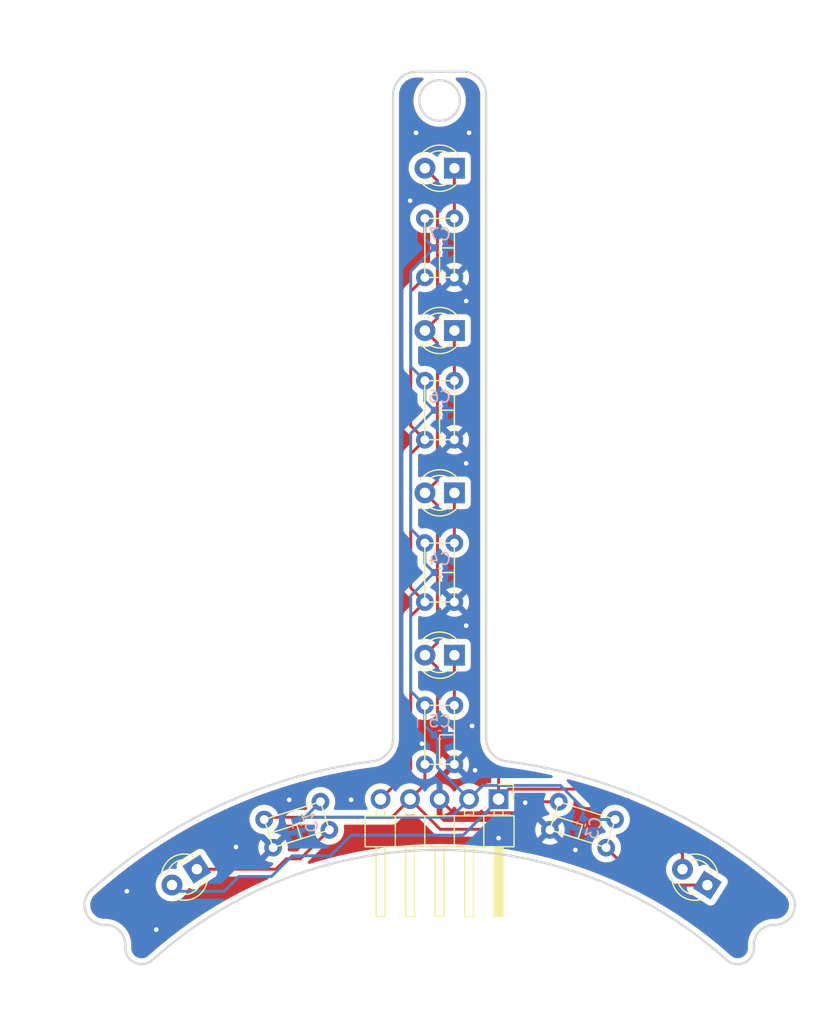
<source format=kicad_pcb>
(kicad_pcb (version 20211014) (generator pcbnew)
  (layers (0 "F.Cu" signal) (31 "B.Cu" signal) (34 "B.Paste" user) (35 "F.Paste" user) (36 "B.SilkS" user "B.Silkscreen") (37 "F.SilkS" user "F.Silkscreen") (38 "B.Mask" user) (39 "F.Mask" user) (44 "Edge.Cuts" user))
  (net 0 "")
  (net 1 "GND")
  (net 2 "+5V")
  (net 3 "Net-(D1-Pad1)")
  (net 4 "R Trim")
  (net 5 "Net-(D3-Pad1)")
  (net 6 "Net-(D4-Pad1)")
  (net 7 "Net-(D5-Pad1)")
  (net 8 "Net-(D6-Pad1)")
  (net 9 "Net-(U7-Pad1)")
  (net 10 "Line Data 1")
  (net 11 "Line Data 2")
  (footprint "LED_THT:LED_D3.0mm_Clear" (layer "F.Cu") (at 160.025 69.596 180)
    (fp_text reference "D6" hide)
    (fp_text value "LED")
    (fp_line (start -0.29 -1.236) (end -0.29 -1.08) (layer "F.SilkS") (width 0.12))
    (fp_line (start -0.29 1.08) (end -0.29 1.236) (layer "F.SilkS") (width 0.12))
    (fp_arc (start 2.31113 1.079837) (mid 1.270117 1.5) (end 0.229039 1.08) (layer "F.SilkS") (width 0.12))
    (fp_arc (start 0.229039 -1.08) (mid 1.270117 -1.5) (end 2.31113 -1.079837) (layer "F.SilkS") (width 0.12))
    (fp_arc (start 2.942335 1.078608) (mid 1.366487 1.987659) (end -0.29 1.235516) (layer "F.SilkS") (width 0.12))
    (fp_arc (start -0.29 -1.235516) (mid 1.366487 -1.987659) (end 2.942335 -1.078608) (layer "F.SilkS") (width 0.12))
    (pad "1" thru_hole rect (at 0 0 180) (size 1.8 1.8) (drill 0.9) (layers *.Cu *.Mask) (net 8 "Net-(D6-Pad1)"))
    (pad "2" thru_hole circle (at 2.54 0 180) (size 1.8 1.8) (drill 0.9) (layers *.Cu *.Mask) (net 4 "R Trim"))
  )
  (footprint "LED_THT:LED_D3.0mm_Clear" (layer "F.Cu") (at 181.797654 117.325407 147.5)
    (fp_text reference "D3" hide)
    (fp_text value "LED")
    (fp_line (start -0.29 -1.236) (end -0.29 -1.08) (layer "F.SilkS") (width 0.12))
    (fp_line (start -0.29 1.08) (end -0.29 1.236) (layer "F.SilkS") (width 0.12))
    (fp_arc (start -0.29 -1.235516) (mid 1.366487 -1.987659) (end 2.942335 -1.078608) (layer "F.SilkS") (width 0.12))
    (fp_arc (start 2.942335 1.078608) (mid 1.366487 1.987659) (end -0.29 1.235516) (layer "F.SilkS") (width 0.12))
    (fp_arc (start 2.31113 1.079837) (mid 1.270117 1.5) (end 0.229039 1.08) (layer "F.SilkS") (width 0.12))
    (fp_arc (start 0.229039 -1.08) (mid 1.270117 -1.5) (end 2.31113 -1.079837) (layer "F.SilkS") (width 0.12))
    (pad "1" thru_hole rect (at 0 0 147.5) (size 1.8 1.8) (drill 0.9) (layers *.Cu *.Mask) (net 5 "Net-(D3-Pad1)"))
    (pad "2" thru_hole circle (at 2.54 0 147.5) (size 1.8 1.8) (drill 0.9) (layers *.Cu *.Mask) (net 4 "R Trim"))
  )
  (footprint "LED_THT:LED_D3.0mm_Clear" (layer "F.Cu") (at 160.025 97.536 180)
    (fp_text reference "D5" hide)
    (fp_text value "LED")
    (fp_line (start -0.29 1.08) (end -0.29 1.236) (layer "F.SilkS") (width 0.12))
    (fp_line (start -0.29 -1.236) (end -0.29 -1.08) (layer "F.SilkS") (width 0.12))
    (fp_arc (start -0.29 -1.235516) (mid 1.366487 -1.987659) (end 2.942335 -1.078608) (layer "F.SilkS") (width 0.12))
    (fp_arc (start 2.31113 1.079837) (mid 1.270117 1.5) (end 0.229039 1.08) (layer "F.SilkS") (width 0.12))
    (fp_arc (start 0.229039 -1.08) (mid 1.270117 -1.5) (end 2.31113 -1.079837) (layer "F.SilkS") (width 0.12))
    (fp_arc (start 2.942335 1.078608) (mid 1.366487 1.987659) (end -0.29 1.235516) (layer "F.SilkS") (width 0.12))
    (pad "1" thru_hole rect (at 0 0 180) (size 1.8 1.8) (drill 0.9) (layers *.Cu *.Mask) (net 7 "Net-(D5-Pad1)"))
    (pad "2" thru_hole circle (at 2.54 0 180) (size 1.8 1.8) (drill 0.9) (layers *.Cu *.Mask) (net 4 "R Trim"))
  )
  (footprint "LED_THT:LED_D3.0mm_Clear" (layer "F.Cu") (at 160.025 55.626 180)
    (fp_text reference "D7" hide)
    (fp_text value "LED" hide)
    (fp_line (start -0.29 -1.236) (end -0.29 -1.08) (layer "F.SilkS") (width 0.12))
    (fp_line (start -0.29 1.08) (end -0.29 1.236) (layer "F.SilkS") (width 0.12))
    (fp_arc (start 0.229039 -1.08) (mid 1.270117 -1.5) (end 2.31113 -1.079837) (layer "F.SilkS") (width 0.12))
    (fp_arc (start 2.31113 1.079837) (mid 1.270117 1.5) (end 0.229039 1.08) (layer "F.SilkS") (width 0.12))
    (fp_arc (start -0.29 -1.235516) (mid 1.366487 -1.987659) (end 2.942335 -1.078608) (layer "F.SilkS") (width 0.12))
    (fp_arc (start 2.942335 1.078608) (mid 1.366487 1.987659) (end -0.29 1.235516) (layer "F.SilkS") (width 0.12))
    (pad "1" thru_hole rect (at 0 0 180) (size 1.8 1.8) (drill 0.9) (layers *.Cu *.Mask) (net 9 "Net-(U7-Pad1)"))
    (pad "2" thru_hole circle (at 2.54 0 180) (size 1.8 1.8) (drill 0.9) (layers *.Cu *.Mask) (net 4 "R Trim"))
  )
  (footprint "Line_sennsor:Line_sennsor" (layer "F.Cu") (at 144.542854 106.070689 17.5)
    (fp_text reference "U1" hide)
    (fp_text value "Line_sennsor")
    (fp_rect (start -2.54 5.08) (end 2.54 7.62) (layer "F.SilkS") (width 0.12) (fill none))
    (fp_rect (start -2.54 6.35) (end 0 7.62) (layer "F.SilkS") (width 0.12) (fill none))
    (pad "1" thru_hole circle (at 2.54 7.62 17.5) (size 1.524 1.524) (drill 0.762) (layers *.Cu *.Mask) (net 3 "Net-(D1-Pad1)"))
    (pad "2" thru_hole circle (at 2.54 5.08 17.5) (size 1.524 1.524) (drill 0.762) (layers *.Cu *.Mask) (net 2 "+5V"))
    (pad "3" thru_hole circle (at -2.54 5.08 17.5) (size 1.524 1.524) (drill 0.762) (layers *.Cu *.Mask) (net 10 "Line Data 1"))
    (pad "4" thru_hole circle (at -2.54 7.62 17.5) (size 1.524 1.524) (drill 0.762) (layers *.Cu *.Mask) (net 1 "GND"))
  )
  (footprint "LED_THT:LED_D3.0mm_Clear" (layer "F.Cu") (at 137.852994 115.955293 -147.5)
    (fp_text reference "D1" hide)
    (fp_text value "LED")
    (fp_line (start -0.29 -1.236) (end -0.29 -1.08) (layer "F.SilkS") (width 0.12))
    (fp_line (start -0.29 1.08) (end -0.29 1.236) (layer "F.SilkS") (width 0.12))
    (fp_arc (start 0.229039 -1.08) (mid 1.270118 -1.5) (end 2.31113 -1.079837) (layer "F.SilkS") (width 0.12))
    (fp_arc (start -0.29 -1.235516) (mid 1.366488 -1.987659) (end 2.942335 -1.078608) (layer "F.SilkS") (width 0.12))
    (fp_arc (start 2.942335 1.078608) (mid 1.366488 1.987659) (end -0.29 1.235516) (layer "F.SilkS") (width 0.12))
    (fp_arc (start 2.31113 1.079837) (mid 1.270118 1.5) (end 0.229039 1.08) (layer "F.SilkS") (width 0.12))
    (pad "1" thru_hole rect (at 0 0 212.5) (size 1.8 1.8) (drill 0.9) (layers *.Cu *.Mask) (net 3 "Net-(D1-Pad1)"))
    (pad "2" thru_hole circle (at 2.54 0 212.5) (size 1.8 1.8) (drill 0.9) (layers *.Cu *.Mask) (net 4 "R Trim"))
  )
  (footprint "Line_sennsor:Line_sennsor" (layer "F.Cu") (at 172.957146 106.070689 -17.5)
    (fp_text reference "U3" hide)
    (fp_text value "Line_sennsor")
    (fp_rect (start -2.54 6.35) (end 0 7.62) (layer "F.SilkS") (width 0.12) (fill none))
    (fp_rect (start -2.54 5.08) (end 2.54 7.62) (layer "F.SilkS") (width 0.12) (fill none))
    (pad "1" thru_hole circle (at 2.54 7.62 342.5) (size 1.524 1.524) (drill 0.762) (layers *.Cu *.Mask) (net 5 "Net-(D3-Pad1)"))
    (pad "2" thru_hole circle (at 2.54 5.08 342.5) (size 1.524 1.524) (drill 0.762) (layers *.Cu *.Mask) (net 2 "+5V"))
    (pad "3" thru_hole circle (at -2.54 5.08 342.5) (size 1.524 1.524) (drill 0.762) (layers *.Cu *.Mask) (net 10 "Line Data 1"))
    (pad "4" thru_hole circle (at -2.54 7.62 342.5) (size 1.524 1.524) (drill 0.762) (layers *.Cu *.Mask) (net 1 "GND"))
  )
  (footprint "Line_sennsor:Line_sennsor" (layer "F.Cu") (at 152.398 62.484 90)
    (fp_text reference "U7" hide)
    (fp_text value "Line_sennsor")
    (fp_rect (start -2.54 5.08) (end 2.54 7.62) (layer "F.SilkS") (width 0.12) (fill none))
    (fp_rect (start -2.54 6.35) (end 0 7.62) (layer "F.SilkS") (width 0.12) (fill none))
    (pad "1" thru_hole circle (at 2.54 7.62 90) (size 1.524 1.524) (drill 0.762) (layers *.Cu *.Mask) (net 9 "Net-(U7-Pad1)"))
    (pad "2" thru_hole circle (at 2.54 5.08 90) (size 1.524 1.524) (drill 0.762) (layers *.Cu *.Mask) (net 2 "+5V"))
    (pad "3" thru_hole circle (at -2.54 5.08 90) (size 1.524 1.524) (drill 0.762) (layers *.Cu *.Mask) (net 11 "Line Data 2"))
    (pad "4" thru_hole circle (at -2.54 7.62 90) (size 1.524 1.524) (drill 0.762) (layers *.Cu *.Mask) (net 1 "GND"))
  )
  (footprint "Line_sennsor:Line_sennsor" (layer "F.Cu") (at 152.398 76.454 90)
    (fp_text reference "U6" hide)
    (fp_text value "Line_sennsor")
    (fp_rect (start -2.54 6.35) (end 0 7.62) (layer "F.SilkS") (width 0.12) (fill none))
    (fp_rect (start -2.54 5.08) (end 2.54 7.62) (layer "F.SilkS") (width 0.12) (fill none))
    (pad "1" thru_hole circle (at 2.54 7.62 90) (size 1.524 1.524) (drill 0.762) (layers *.Cu *.Mask) (net 8 "Net-(D6-Pad1)"))
    (pad "2" thru_hole circle (at 2.54 5.08 90) (size 1.524 1.524) (drill 0.762) (layers *.Cu *.Mask) (net 2 "+5V"))
    (pad "3" thru_hole circle (at -2.54 5.08 90) (size 1.524 1.524) (drill 0.762) (layers *.Cu *.Mask) (net 11 "Line Data 2"))
    (pad "4" thru_hole circle (at -2.54 7.62 90) (size 1.524 1.524) (drill 0.762) (layers *.Cu *.Mask) (net 1 "GND"))
  )
  (footprint "Connector_PinHeader_2.54mm:PinHeader_1x05_P2.54mm_Horizontal" (layer "F.Cu") (at 163.825 109.925 -90)
    (fp_text reference "J1" hide)
    (fp_text value "Conn_01x05_Female")
    (fp_line (start 4.1 9.78) (end 10.1 9.78) (layer "F.SilkS") (width 0.12))
    (fp_line (start 10.1 10.54) (end 4.1 10.54) (layer "F.SilkS") (width 0.12))
    (fp_line (start 1.44 1.27) (end 4.1 1.27) (layer "F.SilkS") (width 0.12))
    (fp_line (start 1.44 11.49) (end 4.1 11.49) (layer "F.SilkS") (width 0.12))
    (fp_line (start 4.1 0.28) (end 10.1 0.28) (layer "F.SilkS") (width 0.12))
    (fp_line (start 4.1 -0.38) (end 10.1 -0.38) (layer "F.SilkS") (width 0.12))
    (fp_line (start 10.1 -0.38) (end 10.1 0.38) (layer "F.SilkS") (width 0.12))
    (fp_line (start 10.1 9.78) (end 10.1 10.54) (layer "F.SilkS") (width 0.12))
    (fp_line (start 10.1 0.38) (end 4.1 0.38) (layer "F.SilkS") (width 0.12))
    (fp_line (start 4.1 -0.08) (end 10.1 -0.08) (layer "F.SilkS") (width 0.12))
    (fp_line (start 4.1 0.16) (end 10.1 0.16) (layer "F.SilkS") (width 0.12))
    (fp_line (start 4.1 2.16) (end 10.1 2.16) (layer "F.SilkS") (width 0.12))
    (fp_line (start 1.042929 5.46) (end 1.44 5.46) (layer "F.SilkS") (width 0.12))
    (fp_line (start 4.1 -0.2) (end 10.1 -0.2) (layer "F.SilkS") (width 0.12))
    (fp_line (start 1.042929 7.24) (end 1.44 7.24) (layer "F.SilkS") (width 0.12))
    (fp_line (start -1.27 0) (end -1.27 -1.27) (layer "F.SilkS") (width 0.12))
    (fp_line (start 4.1 0.04) (end 10.1 0.04) (layer "F.SilkS") (width 0.12))
    (fp_line (start 4.1 -1.33) (end 1.44 -1.33) (layer "F.SilkS") (width 0.12))
    (fp_line (start 10.1 4.7) (end 10.1 5.46) (layer "F.SilkS") (width 0.12))
    (fp_line (start 4.1 7.24) (end 10.1 7.24) (layer "F.SilkS") (width 0.12))
    (fp_line (start 1.44 -1.33) (end 1.44 11.49) (layer "F.SilkS") (width 0.12))
    (fp_line (start 1.042929 8) (end 1.44 8) (layer "F.SilkS") (width 0.12))
    (fp_line (start 1.042929 4.7) (end 1.44 4.7) (layer "F.SilkS") (width 0.12))
    (fp_line (start 1.11 0.38) (end 1.44 0.38) (layer "F.SilkS") (width 0.12))
    (fp_line (start 4.1 11.49) (end 4.1 -1.33) (layer "F.SilkS") (width 0.12))
    (fp_line (start 10.1 2.92) (end 4.1 2.92) (layer "F.SilkS") (width 0.12))
    (fp_line (start 10.1 5.46) (end 4.1 5.46) (layer "F.SilkS") (width 0.12))
    (fp_line (start 1.042929 2.92) (end 1.44 2.92) (layer "F.SilkS") (width 0.12))
    (fp_line (start 10.1 8) (end 4.1 8) (layer "F.SilkS") (width 0.12))
    (fp_line (start 1.44 3.81) (end 4.1 3.81) (layer "F.SilkS") (width 0.12))
    (fp_line (start 1.042929 9.78) (end 1.44 9.78) (layer "F.SilkS") (width 0.12))
    (fp_line (start 4.1 -0.32) (end 10.1 -0.32) (layer "F.SilkS") (width 0.12))
    (fp_line (start 10.1 7.24) (end 10.1 8) (layer "F.SilkS") (width 0.12))
    (fp_line (start -1.27 -1.27) (end 0 -1.27) (layer "F.SilkS") (width 0.12))
    (fp_line (start 1.44 8.89) (end 4.1 8.89) (layer "F.SilkS") (width 0.12))
    (fp_line (start 1.042929 2.16) (end 1.44 2.16) (layer "F.SilkS") (width 0.12))
    (fp_line (start 10.1 2.16) (end 10.1 2.92) (layer "F.SilkS") (width 0.12))
    (fp_line (start 1.11 -0.38) (end 1.44 -0.38) (layer "F.SilkS") (width 0.12))
    (fp_line (start 4.1 4.7) (end 10.1 4.7) (layer "F.SilkS") (width 0.12))
    (fp_line (start 1.042929 10.54) (end 1.44 10.54) (layer "F.SilkS") (width 0.12))
    (fp_line (start 1.44 6.35) (end 4.1 6.35) (layer "F.SilkS") (width 0.12))
    (pad "1" thru_hole rect (at 0 0 270) (size 1.7 1.7) (drill 1) (layers *.Cu *.Mask) (net 4 "R Trim"))
    (pad "2" thru_hole oval (at 0 2.54 270) (size 1.7 1.7) (drill 1) (layers *.Cu *.Mask) (net 2 "+5V"))
    (pad "3" thru_hole oval (at 0 5.08 270) (size 1.7 1.7) (drill 1) (layers *.Cu *.Mask) (net 1 "GND"))
    (pad "4" thru_hole oval (at 0 7.62 270) (size 1.7 1.7) (drill 1) (layers *.Cu *.Mask) (net 10 "Line Data 1"))
    (pad "5" thru_hole oval (at 0 10.16 270) (size 1.7 1.7) (drill 1) (layers *.Cu *.Mask) (net 11 "Line Data 2"))
  )
  (footprint "Line_sennsor:Line_sennsor" (layer "F.Cu") (at 152.398 90.424 90)
    (fp_text reference "U4" hide)
    (fp_text value "Line_sennsor")
    (fp_rect (start -2.54 6.35) (end 0 7.62) (layer "F.SilkS") (width 0.12) (fill none))
    (fp_rect (start -2.54 5.08) (end 2.54 7.62) (layer "F.SilkS") (width 0.12) (fill none))
    (pad "1" thru_hole circle (at 2.54 7.62 90) (size 1.524 1.524) (drill 0.762) (layers *.Cu *.Mask) (net 6 "Net-(D4-Pad1)"))
    (pad "2" thru_hole circle (at 2.54 5.08 90) (size 1.524 1.524) (drill 0.762) (layers *.Cu *.Mask) (net 2 "+5V"))
    (pad "3" thru_hole circle (at -2.54 5.08 90) (size 1.524 1.524) (drill 0.762) (layers *.Cu *.Mask) (net 11 "Line Data 2"))
    (pad "4" thru_hole circle (at -2.54 7.62 90) (size 1.524 1.524) (drill 0.762) (layers *.Cu *.Mask) (net 1 "GND"))
  )
  (footprint "LED_THT:LED_D3.0mm_Clear" (layer "F.Cu") (at 160.025 83.566 180)
    (fp_text reference "D4" hide)
    (fp_text value "LED")
    (fp_line (start -0.29 -1.236) (end -0.29 -1.08) (layer "F.SilkS") (width 0.12))
    (fp_line (start -0.29 1.08) (end -0.29 1.236) (layer "F.SilkS") (width 0.12))
    (fp_arc (start 0.229039 -1.08) (mid 1.270117 -1.5) (end 2.31113 -1.079837) (layer "F.SilkS") (width 0.12))
    (fp_arc (start 2.942335 1.078608) (mid 1.366487 1.987659) (end -0.29 1.235516) (layer "F.SilkS") (width 0.12))
    (fp_arc (start 2.31113 1.079837) (mid 1.270117 1.5) (end 0.229039 1.08) (layer "F.SilkS") (width 0.12))
    (fp_arc (start -0.29 -1.235516) (mid 1.366487 -1.987659) (end 2.942335 -1.078608) (layer "F.SilkS") (width 0.12))
    (pad "1" thru_hole rect (at 0 0 180) (size 1.8 1.8) (drill 0.9) (layers *.Cu *.Mask) (net 6 "Net-(D4-Pad1)"))
    (pad "2" thru_hole circle (at 2.54 0 180) (size 1.8 1.8) (drill 0.9) (layers *.Cu *.Mask) (net 4 "R Trim"))
  )
  (footprint "Line_sennsor:Line_sennsor" (layer "F.Cu") (at 152.398 104.394 90)
    (fp_text reference "U5" hide)
    (fp_text value "Line_sennsor")
    (fp_rect (start -2.54 5.08) (end 2.54 7.62) (layer "F.SilkS") (width 0.12) (fill none))
    (fp_rect (start -2.54 6.35) (end 0 7.62) (layer "F.SilkS") (width 0.12) (fill none))
    (pad "1" thru_hole circle (at 2.54 7.62 90) (size 1.524 1.524) (drill 0.762) (layers *.Cu *.Mask) (net 7 "Net-(D5-Pad1)"))
    (pad "2" thru_hole circle (at 2.54 5.08 90) (size 1.524 1.524) (drill 0.762) (layers *.Cu *.Mask) (net 2 "+5V"))
    (pad "3" thru_hole circle (at -2.54 5.08 90) (size 1.524 1.524) (drill 0.762) (layers *.Cu *.Mask) (net 10 "Line Data 1"))
    (pad "4" thru_hole circle (at -2.54 7.62 90) (size 1.524 1.524) (drill 0.762) (layers *.Cu *.Mask) (net 1 "GND"))
  )
  (footprint "Capacitor_SMD:C_0402_1005Metric" (layer "B.Cu") (at 158.75 104.394 180)
    (fp_text reference "C5" (at 0 1.16) (layer "B.SilkS") (effects (justify mirror)))
    (fp_text value "C_Small")
    (fp_line (start -0.107836 -0.36) (end 0.107836 -0.36) (layer "B.SilkS") (width 0.12))
    (fp_line (start -0.107836 0.36) (end 0.107836 0.36) (layer "B.SilkS") (width 0.12))
    (pad "1" smd roundrect (at -0.48 0 180) (size 0.56 0.62) (layers "B.Cu" "B.Paste" "B.Mask") (net 1 "GND"))
    (pad "2" smd roundrect (at 0.48 0 180) (size 0.56 0.62) (layers "B.Cu" "B.Paste" "B.Mask") (net 2 "+5V"))
  )
  (footprint "Capacitor_SMD:C_0402_1005Metric" (layer "B.Cu") (at 158.75 90.424 180)
    (fp_text reference "C4" (at 0 1.16) (layer "B.SilkS") (effects (justify mirror)))
    (fp_text value "C_Small")
    (fp_line (start -0.107836 -0.36) (end 0.107836 -0.36) (layer "B.SilkS") (width 0.12))
    (fp_line (start -0.107836 0.36) (end 0.107836 0.36) (layer "B.SilkS") (width 0.12))
    (pad "1" smd roundrect (at -0.48 0 180) (size 0.56 0.62) (layers "B.Cu" "B.Paste" "B.Mask") (net 1 "GND"))
    (pad "2" smd roundrect (at 0.48 0 180) (size 0.56 0.62) (layers "B.Cu" "B.Paste" "B.Mask") (net 2 "+5V"))
  )
  (footprint "Capacitor_SMD:C_0402_1005Metric" (layer "B.Cu") (at 158.75 76.454 180)
    (fp_text reference "C6" (at 0 1.16) (layer "B.SilkS") (effects (justify mirror)))
    (fp_text value "C_Small")
    (fp_line (start -0.107836 -0.36) (end 0.107836 -0.36) (layer "B.SilkS") (width 0.12))
    (fp_line (start -0.107836 0.36) (end 0.107836 0.36) (layer "B.SilkS") (width 0.12))
    (pad "1" smd roundrect (at -0.48 0 180) (size 0.56 0.62) (layers "B.Cu" "B.Paste" "B.Mask") (net 1 "GND"))
    (pad "2" smd roundrect (at 0.48 0 180) (size 0.56 0.62) (layers "B.Cu" "B.Paste" "B.Mask") (net 2 "+5V"))
  )
  (footprint "Capacitor_SMD:C_0402_1005Metric" (layer "B.Cu") (at 146.448339 112.217784 107.5)
    (fp_text reference "C1" (at 0 1.16 107.5) (layer "B.SilkS") (effects (justify mirror)))
    (fp_text value "C_Small")
    (fp_line (start -0.107836 0.36) (end 0.107836 0.36) (layer "B.SilkS") (width 0.12))
    (fp_line (start -0.107836 -0.36) (end 0.107836 -0.36) (layer "B.SilkS") (width 0.12))
    (pad "1" smd roundrect (at -0.48 0 107.5) (size 0.56 0.62) (layers "B.Cu" "B.Paste" "B.Mask") (net 1 "GND"))
    (pad "2" smd roundrect (at 0.48 0 107.5) (size 0.56 0.62) (layers "B.Cu" "B.Paste" "B.Mask") (net 2 "+5V"))
  )
  (footprint "Capacitor_SMD:C_0402_1005Metric" (layer "B.Cu") (at 158.75 62.484 180)
    (fp_text reference "C7" (at 0 1.16) (layer "B.SilkS") (effects (justify mirror)))
    (fp_text value "C_Small")
    (fp_line (start -0.107836 0.36) (end 0.107836 0.36) (layer "B.SilkS") (width 0.12))
    (fp_line (start -0.107836 -0.36) (end 0.107836 -0.36) (layer "B.SilkS") (width 0.12))
    (pad "1" smd roundrect (at -0.48 0 180) (size 0.56 0.62) (layers "B.Cu" "B.Paste" "B.Mask") (net 1 "GND"))
    (pad "2" smd roundrect (at 0.48 0 180) (size 0.56 0.62) (layers "B.Cu" "B.Paste" "B.Mask") (net 2 "+5V"))
  )
  (footprint "Capacitor_SMD:C_0402_1005Metric" (layer "B.Cu") (at 170.942 112.064216 72.5)
    (fp_text reference "C3" (at 0 1.16 72.5) (layer "B.SilkS") (effects (justify mirror)))
    (fp_text value "C_Small")
    (fp_line (start -0.107836 -0.36) (end 0.107836 -0.36) (layer "B.SilkS") (width 0.12))
    (fp_line (start -0.107836 0.36) (end 0.107836 0.36) (layer "B.SilkS") (width 0.12))
    (pad "1" smd roundrect (at -0.48 0 72.5) (size 0.56 0.62) (layers "B.Cu" "B.Paste" "B.Mask") (net 1 "GND"))
    (pad "2" smd roundrect (at 0.48 0 72.5) (size 0.56 0.62) (layers "B.Cu" "B.Paste" "B.Mask") (net 2 "+5V"))
  )
  (gr_line (start 154.749613 49.319608) (end 154.749613 104.684551) (layer "Edge.Cuts") (width 0.2))
  (gr_arc (start 129.910472 120.736863) (mid 131.221961 121.282631) (end 131.696525 122.621532) (layer "Edge.Cuts") (width 0.2))
  (gr_arc (start 154.749613 104.684551) (mid 154.251364 106.005396) (end 153.004932 106.668187) (layer "Edge.Cuts") (width 0.2))
  (gr_arc (start 154.749613 49.319608) (mid 155.321602 47.919328) (end 156.710397 47.319993) (layer "Edge.Cuts") (width 0.2))
  (gr_arc (start 134.027765 123.771284) (mid 132.473079 123.985278) (end 131.696525 122.621532) (layer "Edge.Cuts") (width 0.2))
  (gr_arc (start 185.803411 122.623529) (mid 186.279352 121.285134) (end 187.591386 120.740728) (layer "Edge.Cuts") (width 0.2))
  (gr_circle (center 158.749613 49.799999) (end 158.749613 51.549999) (layer "Edge.Cuts") (width 0.2) (fill none))
  (gr_arc (start 134.027765 123.771284) (mid 158.75 114.3) (end 183.472037 123.771801) (layer "Edge.Cuts") (width 0.2))
  (gr_line (start 160.788829 47.319993) (end 156.710397 47.319993) (layer "Edge.Cuts") (width 0.2))
  (gr_arc (start 185.803411 122.623529) (mid 185.02606 123.986123) (end 183.472037 123.771801) (layer "Edge.Cuts") (width 0.2))
  (gr_arc (start 128.736545 117.770673) (mid 140.028758 110.378985) (end 153.004932 106.668187) (layer "Edge.Cuts") (width 0.2))
  (gr_arc (start 188.767216 117.774732) (mid 189.213525 119.667733) (end 187.591386 120.740728) (layer "Edge.Cuts") (width 0.2))
  (gr_line (start 162.749613 104.684551) (end 162.749613 49.319608) (layer "Edge.Cuts") (width 0.2))
  (gr_arc (start 164.494294 106.668187) (mid 163.247832 106.005423) (end 162.749613 104.684551) (layer "Edge.Cuts") (width 0.2))
  (gr_arc (start 160.788829 47.319993) (mid 162.177624 47.919328) (end 162.749613 49.319608) (layer "Edge.Cuts") (width 0.2))
  (gr_arc (start 164.494294 106.668187) (mid 177.473237 110.380249) (end 188.767216 117.774732) (layer "Edge.Cuts") (width 0.2))
  (gr_arc (start 129.910472 120.736863) (mid 128.289669 119.66293) (end 128.736545 117.770673) (layer "Edge.Cuts") (width 0.2))
  (segment (start 159.919511 111.099511) (end 165.252489 111.099511) (width 0.25) (layer "F.Cu") (net 1))
  (segment (start 165.252489 111.099511) (end 166.116 110.236) (width 0.25) (layer "F.Cu") (net 1))
  (segment (start 158.745 109.925) (end 159.919511 111.099511) (width 0.25) (layer "F.Cu") (net 1))
  (via (at 170.434 114.3) (size 0.8) (drill 0.4) (layers "F.Cu" "B.Cu") (net 1))
  (via (at 134.366 121.158) (size 0.8) (drill 0.4) (layers "F.Cu" "B.Cu") (net 1))
  (via (at 161.544 103.632) (size 0.8) (drill 0.4) (layers "F.Cu" "B.Cu") (net 1))
  (via (at 161.036 94.996) (size 0.8) (drill 0.4) (layers "F.Cu" "B.Cu") (net 1))
  (via (at 161.798 107.442) (size 0.8) (drill 0.4) (layers "F.Cu" "B.Cu") (net 1))
  (via (at 166.116 110.236) (size 0.8) (drill 0.4) (layers "F.Cu" "B.Cu") (net 1))
  (via (at 161.036 67.056) (size 0.8) (drill 0.4) (layers "F.Cu" "B.Cu") (net 1))
  (via (at 145.796 109.982) (size 0.8) (drill 0.4) (layers "F.Cu" "B.Cu") (net 1))
  (via (at 151.13 109.982) (size 0.8) (drill 0.4) (layers "F.Cu" "B.Cu") (net 1))
  (via (at 161.036 81.026) (size 0.8) (drill 0.4) (layers "F.Cu" "B.Cu") (net 1))
  (via (at 156.21 58.42) (size 0.8) (drill 0.4) (layers "F.Cu" "B.Cu") (net 1))
  (via (at 131.826 117.856) (size 0.8) (drill 0.4) (layers "F.Cu" "B.Cu") (net 1))
  (via (at 161.29 52.578) (size 0.8) (drill 0.4) (layers "F.Cu" "B.Cu") (net 1))
  (via (at 163.83 113.284) (size 0.8) (drill 0.4) (layers "F.Cu" "B.Cu") (net 1))
  (via (at 141.224 114.046) (size 0.8) (drill 0.4) (layers "F.Cu" "B.Cu") (net 1))
  (via (at 156.718 52.578) (size 0.8) (drill 0.4) (layers "F.Cu" "B.Cu") (net 1))
  (via (at 157.226 105.156) (size 0.8) (drill 0.4) (layers "F.Cu" "B.Cu") (net 1))
  (segment (start 156.260489 100.636489) (end 156.260489 92.433511) (width 0.25) (layer "B.Cu") (net 2))
  (segment (start 158.27 76.454) (end 157.478 75.662) (width 0.25) (layer "B.Cu") (net 2))
  (segment (start 156.260489 78.463511) (end 158.27 76.454) (width 0.25) (layer "B.Cu") (net 2))
  (segment (start 158.27 104.394) (end 157.478 103.602) (width 0.25) (layer "B.Cu") (net 2))
  (segment (start 162.459511 108.750489) (end 169.14239 108.750489) (width 0.25) (layer "B.Cu") (net 2))
  (segment (start 158.27 90.424) (end 157.478 89.632) (width 0.25) (layer "B.Cu") (net 2))
  (segment (start 157.478 101.854) (end 156.260489 100.636489) (width 0.25) (layer "B.Cu") (net 2))
  (segment (start 161.285 109.925) (end 158.564511 107.204511) (width 0.25) (layer "B.Cu") (net 2))
  (segment (start 161.285 109.925) (end 159.722292 111.487708) (width 0.25) (layer "B.Cu") (net 2))
  (segment (start 159.722292 111.487708) (end 146.576292 111.487708) (width 0.25) (layer "B.Cu") (net 2))
  (segment (start 146.884659 111.76) (end 148.492881 110.151778) (width 0.25) (layer "B.Cu") (net 2))
  (segment (start 156.260489 72.696489) (end 156.260489 64.493511) (width 0.25) (layer "B.Cu") (net 2))
  (segment (start 156.260489 64.493511) (end 158.27 62.484) (width 0.25) (layer "B.Cu") (net 2))
  (segment (start 146.304 111.76) (end 146.884659 111.76) (width 0.25) (layer "B.Cu") (net 2))
  (segment (start 171.086339 111.606432) (end 171.159271 111.679364) (width 0.25) (layer "B.Cu") (net 2))
  (segment (start 171.086339 110.694438) (end 171.086339 111.606432) (width 0.25) (layer "B.Cu") (net 2))
  (segment (start 156.260489 86.666489) (end 156.260489 78.463511) (width 0.25) (layer "B.Cu") (net 2))
  (segment (start 158.27 62.484) (end 157.478 61.692) (width 0.25) (layer "B.Cu") (net 2))
  (segment (start 169.14239 108.750489) (end 171.086339 110.694438) (width 0.25) (layer "B.Cu") (net 2))
  (segment (start 158.564511 107.204511) (end 158.564511 104.688511) (width 0.25) (layer "B.Cu") (net 2))
  (segment (start 157.478 75.662) (end 157.478 73.914) (width 0.25) (layer "B.Cu") (net 2))
  (segment (start 157.478 61.692) (end 157.478 59.944) (width 0.25) (layer "B.Cu") (net 2))
  (segment (start 157.478 103.602) (end 157.478 101.854) (width 0.25) (layer "B.Cu") (net 2))
  (segment (start 171.159271 111.679364) (end 173.852002 111.679364) (width 0.25) (layer "B.Cu") (net 2))
  (segment (start 156.260489 92.433511) (end 158.27 90.424) (width 0.25) (layer "B.Cu") (net 2))
  (segment (start 161.285 109.925) (end 162.459511 108.750489) (width 0.25) (layer "B.Cu") (net 2))
  (segment (start 146.576292 111.487708) (end 146.304 111.76) (width 0.25) (layer "B.Cu") (net 2))
  (segment (start 170.967615 111.487708) (end 171.086339 111.606432) (width 0.25) (layer "B.Cu") (net 2))
  (segment (start 158.564511 104.688511) (end 158.27 104.394) (width 0.25) (layer "B.Cu") (net 2))
  (segment (start 157.478 89.632) (end 157.478 87.884) (width 0.25) (layer "B.Cu") (net 2))
  (segment (start 157.478 73.914) (end 156.260489 72.696489) (width 0.25) (layer "B.Cu") (net 2))
  (segment (start 157.478 87.884) (end 156.260489 86.666489) (width 0.25) (layer "B.Cu") (net 2))
  (segment (start 149.256673 112.574219) (end 146.768892 115.062) (width 0.25) (layer "F.Cu") (net 3))
  (segment (start 145.550586 115.062) (end 144.657293 115.955293) (width 0.25) (layer "F.Cu") (net 3))
  (segment (start 146.768892 115.062) (end 145.550586 115.062) (width 0.25) (layer "F.Cu") (net 3))
  (segment (start 144.657293 115.955293) (end 137.852994 115.955293) (width 0.25) (layer "F.Cu") (net 3))
  (segment (start 157.485 55.626) (end 158.564511 56.705511) (width 0.25) (layer "F.Cu") (net 4))
  (segment (start 179.65544 114.63144) (end 175.006 109.982) (width 0.25) (layer "F.Cu") (net 4))
  (segment (start 157.485 69.596) (end 158.564511 70.675511) (width 0.25) (layer "F.Cu") (net 4))
  (segment (start 158.564511 70.675511) (end 158.564511 82.486489) (width 0.25) (layer "F.Cu") (net 4))
  (segment (start 158.564511 102.430511) (end 163.825 107.691) (width 0.25) (layer "F.Cu") (net 4))
  (segment (start 158.564511 68.516489) (end 157.485 69.596) (width 0.25) (layer "F.Cu") (net 4))
  (segment (start 158.564511 84.645511) (end 158.564511 96.456489) (width 0.25) (layer "F.Cu") (net 4))
  (segment (start 179.65544 115.960666) (end 179.65544 114.63144) (width 0.25) (layer "F.Cu") (net 4))
  (segment (start 164.684733 109.065267) (end 163.825 109.925) (width 0.25) (layer "F.Cu") (net 4))
  (segment (start 157.485 97.536) (end 158.564511 98.615511) (width 0.25) (layer "F.Cu") (net 4))
  (segment (start 158.564511 82.486489) (end 157.485 83.566) (width 0.25) (layer "F.Cu") (net 4))
  (segment (start 158.564511 98.615511) (end 158.564511 102.430511) (width 0.25) (layer "F.Cu") (net 4))
  (segment (start 157.485 83.566) (end 158.564511 84.645511) (width 0.25) (layer "F.Cu") (net 4))
  (segment (start 158.564511 56.705511) (end 158.564511 68.516489) (width 0.25) (layer "F.Cu") (net 4))
  (segment (start 171.45 109.982) (end 170.533267 109.065267) (width 0.25) (layer "F.Cu") (net 4))
  (segment (start 170.533267 109.065267) (end 164.684733 109.065267) (width 0.25) (layer "F.Cu") (net 4))
  (segment (start 175.006 109.982) (end 171.45 109.982) (width 0.25) (layer "F.Cu") (net 4))
  (segment (start 163.825 107.691) (end 163.825 109.925) (width 0.25) (layer "F.Cu") (net 4))
  (segment (start 158.564511 96.456489) (end 157.485 97.536) (width 0.25) (layer "F.Cu") (net 4))
  (segment (start 141.478 116.586) (end 140.208 117.856) (width 0.25) (layer "B.Cu") (net 4))
  (segment (start 163.825 109.925) (end 163.825 109.987) (width 0.25) (layer "B.Cu") (net 4))
  (segment (start 144.272 116.586) (end 141.478 116.586) (width 0.25) (layer "B.Cu") (net 4))
  (segment (start 149.352 114.808) (end 146.05 114.808) (width 0.25) (layer "B.Cu") (net 4))
  (segment (start 136.246746 117.856) (end 135.71078 117.320034) (width 0.25) (layer "B.Cu") (net 4))
  (segment (start 160.782 113.03) (end 151.13 113.03) (width 0.25) (layer "B.Cu") (net 4))
  (segment (start 146.05 114.808) (end 144.272 116.586) (width 0.25) (layer "B.Cu") (net 4))
  (segment (start 151.13 113.03) (end 149.352 114.808) (width 0.25) (layer "B.Cu") (net 4))
  (segment (start 163.825 109.987) (end 160.782 113.03) (width 0.25) (layer "B.Cu") (net 4))
  (segment (start 140.208 117.856) (end 136.246746 117.856) (width 0.25) (layer "B.Cu") (net 4))
  (segment (start 181.797654 117.325407) (end 176.311811 117.325407) (width 0.25) (layer "F.Cu") (net 5))
  (segment (start 176.311811 117.325407) (end 173.088209 114.101805) (width 0.25) (layer "F.Cu") (net 5))
  (segment (start 160.018 87.884) (end 160.018 83.573) (width 0.25) (layer "F.Cu") (net 6))
  (segment (start 160.018 83.573) (end 160.025 83.566) (width 0.25) (layer "F.Cu") (net 6))
  (segment (start 160.018 101.854) (end 160.018 97.543) (width 0.25) (layer "F.Cu") (net 7))
  (segment (start 160.018 97.543) (end 160.025 97.536) (width 0.25) (layer "F.Cu") (net 7))
  (segment (start 160.018 73.914) (end 160.018 69.603) (width 0.25) (layer "F.Cu") (net 8))
  (segment (start 160.018 69.603) (end 160.025 69.596) (width 0.25) (layer "F.Cu") (net 8))
  (segment (start 160.018 55.633) (end 160.025 55.626) (width 0.25) (layer "F.Cu") (net 9))
  (segment (start 160.018 59.944) (end 160.018 55.633) (width 0.25) (layer "F.Cu") (net 9))
  (segment (start 167.470222 110.151778) (end 165.1 112.522) (width 0.25) (layer "F.Cu") (net 10))
  (segment (start 169.007119 110.151778) (end 167.470222 110.151778) (width 0.25) (layer "F.Cu") (net 10))
  (segment (start 158.802 112.522) (end 156.205 109.925) (width 0.25) (layer "F.Cu") (net 10))
  (segment (start 156.205 109.925) (end 154.642292 111.487708) (width 0.25) (layer "F.Cu") (net 10))
  (segment (start 165.1 112.522) (end 158.802 112.522) (width 0.25) (layer "F.Cu") (net 10))
  (segment (start 143.839654 111.487708) (end 143.647998 111.679364) (width 0.25) (layer "F.Cu") (net 10))
  (segment (start 156.205 109.925) (end 157.478 108.652) (width 0.25) (layer "F.Cu") (net 10))
  (segment (start 154.642292 111.487708) (end 143.839654 111.487708) (width 0.25) (layer "F.Cu") (net 10))
  (segment (start 157.478 108.652) (end 157.478 106.934) (width 0.25) (layer "F.Cu") (net 10))
  (segment (start 156.260489 91.746489) (end 156.260489 80.211511) (width 0.25) (layer "F.Cu") (net 11))
  (segment (start 157.478 92.964) (end 156.260489 91.746489) (width 0.25) (layer "F.Cu") (net 11))
  (segment (start 156.260489 77.776489) (end 157.478 78.994) (width 0.25) (layer "F.Cu") (net 11))
  (segment (start 156.260489 107.329511) (end 156.260489 94.181511) (width 0.25) (layer "F.Cu") (net 11))
  (segment (start 156.260489 94.181511) (end 157.478 92.964) (width 0.25) (layer "F.Cu") (net 11))
  (segment (start 156.260489 80.211511) (end 157.478 78.994) (width 0.25) (layer "F.Cu") (net 11))
  (segment (start 157.478 65.024) (end 156.260489 66.241511) (width 0.25) (layer "F.Cu") (net 11))
  (segment (start 156.260489 66.241511) (end 156.260489 77.776489) (width 0.25) (layer "F.Cu") (net 11))
  (segment (start 153.665 109.925) (end 156.260489 107.329511) (width 0.25) (layer "F.Cu") (net 11))
  (zone (net 1) (net_name "GND") (layers F&B.Cu) (connect_pads (clearance 0.508)) (min_thickness 0.254) (fill yes (thermal_gap 0.508) (thermal_bridge_width 0.508))
    (polygon (pts (xy 191.262 41.402) (xy 192.786 129.286) (xy 120.904 129.286) (xy 121.412 41.402) (xy 121.412 41.148)))
  )
)
</source>
